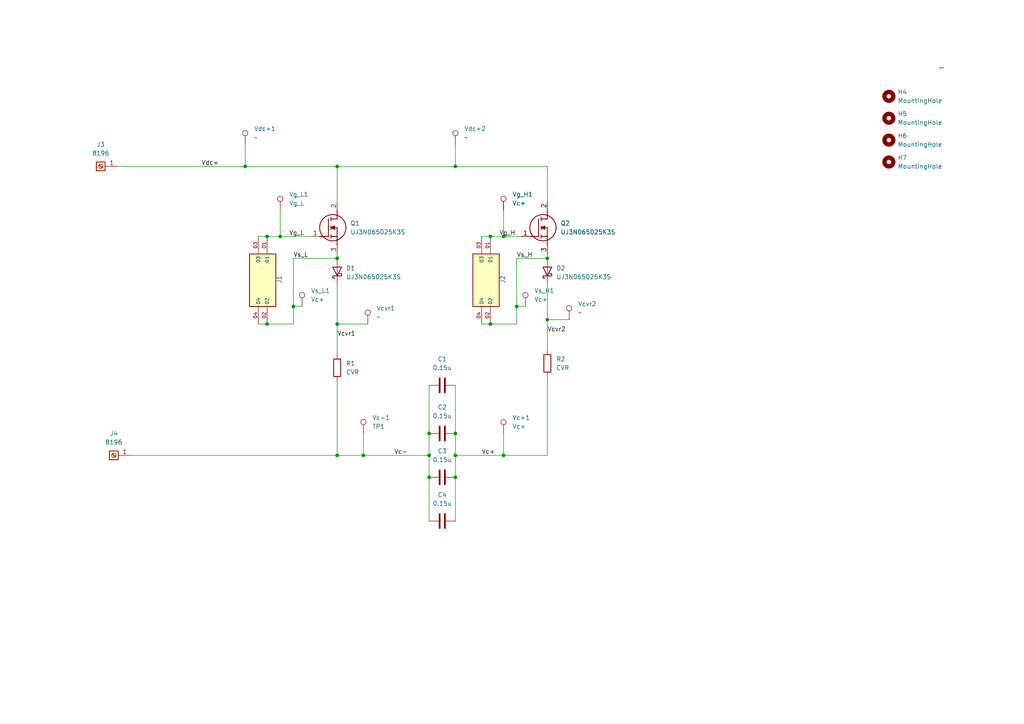
<source format=kicad_sch>
(kicad_sch (version 20250114) (generator "eeschema") (generator_version "9.0")
  (paper "A4")
  (lib_symbols
    (symbol "Connector:TestPoint" (pin_numbers (hide yes)) (pin_names (offset 0.762) (hide yes))
      (property "Reference" "TP" (at 0 6.858 0))
      (property "Value" "TestPoint" (at 0 5.08 0))
      (symbol "TestPoint_0_1"
        (circle (center 0 3.302) (radius 0.762))
      )
      (symbol "TestPoint_1_1"
        (pin passive line (at 0 0 90) (length 2.54) (name "1") (number "1"))
      )
    )
    (symbol "Device:C" (pin_numbers (hide yes)) (pin_names (offset 0.254))
      (property "Reference" "C" (at 0.635 2.54 0))
      (property "Value" "C" (at 0.635 -2.54 0))
      (symbol "C_0_1"
        (polyline (pts (xy -2.032 0.762) (xy 2.032 0.762)) (stroke (width 0.508)))
        (polyline (pts (xy -2.032 -0.762) (xy 2.032 -0.762)) (stroke (width 0.508)))
      )
      (symbol "C_1_1"
        (pin passive line (at 0 3.81 270) (length 2.794) (name "~") (number "1"))
        (pin passive line (at 0 -3.81 90) (length 2.794) (name "~") (number "2"))
      )
    )
    (symbol "Device:D_Schottky" (pin_numbers (hide yes)) (pin_names (offset 1.016) (hide yes))
      (property "Reference" "D" (at 0 2.54 0))
      (property "Value" "D_Schottky" (at 0 -2.54 0))
      (symbol "D_Schottky_0_1"
        (polyline (pts (xy -1.905 0.635) (xy -1.905 1.27) (xy -1.27 1.27) (xy -1.27 -1.27) (xy -0.635 -1.27) (xy -0.635 -0.635)) (stroke (width 0.254)))
        (polyline (pts (xy 1.27 1.27) (xy 1.27 -1.27) (xy -1.27 0) (xy 1.27 1.27)) (stroke (width 0.254)))
        (polyline (pts (xy 1.27 0) (xy -1.27 0)))
      )
      (symbol "D_Schottky_1_1"
        (pin passive line (at -3.81 0 0) (length 2.54) (name "K") (number "1"))
        (pin passive line (at 3.81 0 180) (length 2.54) (name "A") (number "2"))
      )
    )
    (symbol "Device:R" (pin_numbers (hide yes)) (pin_names (offset 0))
      (property "Reference" "R" (at 2.032 0 90))
      (property "Value" "R" (at 0 0 90))
      (symbol "R_0_1"
        (rectangle (start -1.016 -2.54) (end 1.016 2.54) (stroke (width 0.254)))
      )
      (symbol "R_1_1"
        (pin passive line (at 0 3.81 270) (length 1.27) (name "~") (number "1"))
        (pin passive line (at 0 -3.81 90) (length 1.27) (name "~") (number "2"))
      )
    )
    (symbol "Mechanical:MountingHole" (pin_names (offset 1.016)) (in_bom no)
      (property "Reference" "H" (at 0 5.08 0))
      (property "Value" "MountingHole" (at 0 3.175 0))
      (symbol "MountingHole_0_1"
        (circle (center 0 0) (radius 1.27) (stroke (width 1.27)))
      )
    )
    (symbol "UJ3N065025K3S:UJ3N065025K3S" (pin_names (hide yes))
      (property "Reference" "Q" (at 11.43 3.81 0))
      (property "Value" "UJ3N065025K3S" (at 11.43 1.27 0))
      (symbol "UJ3N065025K3S_1_1"
        (polyline (pts (xy 2.54 0) (xy 5.08 0)) (stroke (width 0.254)))
        (polyline (pts (xy 5.08 5.08) (xy 5.08 0)) (stroke (width 0.254)))
        (polyline (pts (xy 5.842 5.588) (xy 5.842 4.572)) (stroke (width 0.254)))
        (polyline (pts (xy 5.842 2.54) (xy 6.858 3.048) (xy 6.858 2.032) (xy 5.842 2.54)) (stroke (width 0.254)) (fill (type outline)))
        (polyline (pts (xy 5.842 2.032) (xy 5.842 3.048)) (stroke (width 0.254)))
        (polyline (pts (xy 5.842 0) (xy 7.62 0)) (stroke (width 0.254)))
        (polyline (pts (xy 5.842 -0.508) (xy 5.842 0.508)) (stroke (width 0.254)))
        (circle (center 6.35 2.54) (radius 3.81) (stroke (width 0.254)))
        (polyline (pts (xy 7.62 5.08) (xy 5.842 5.08)) (stroke (width 0.254)))
        (polyline (pts (xy 7.62 5.08) (xy 7.62 7.62)) (stroke (width 0.254)))
        (polyline (pts (xy 7.62 2.54) (xy 5.842 2.54)) (stroke (width 0.254)))
        (polyline (pts (xy 7.62 2.54) (xy 7.62 -2.54)) (stroke (width 0.254)))
        (pin passive line (at 0 0 0) (length 2.54) (name "G") (number "1"))
        (pin passive line (at 7.62 10.16 270) (length 2.54) (name "D") (number "2"))
        (pin passive line (at 7.62 -5.08 90) (length 2.54) (name "S") (number "3"))
      )
    )
    (symbol "VSI_DPT:8196"
      (property "Reference" "J" (at 0.254 3.556 0))
      (property "Value" "8196" (at 1.778 -2.794 0))
      (symbol "8196_1_1"
        (rectangle (start 2.54 1.27) (end 5.08 -1.27) (stroke (width 0.254)) (fill (type background)))
        (polyline (pts (xy 3.2766 0.3302) (xy 4.1402 -0.508)) (stroke (width 0.1524)))
        (polyline (pts (xy 3.4544 0.508) (xy 4.318 -0.3302)) (stroke (width 0.1524)))
        (circle (center 3.81 0) (radius 0.635) (stroke (width 0.1524)))
        (pin passive line (at -1.27 0 0) (length 3.81) (name "") (number "1"))
      )
    )
    (symbol "VSI_DPT:TSM-102-01-SM-DV"
      (property "Reference" "J" (at 0 3.556 0))
      (property "Value" "TSM-102-01-SM-DV" (at 1.27 -13.97 0))
      (symbol "TSM-102-01-SM-DV_0_0"
        (rectangle (start -7.62 0) (end 7.62 -7.62) (stroke (width 0.254)) (fill (type background)))
        (pin passive line (at -12.7 -2.54 0) (length 5.08) (name "01") (number "01"))
        (pin passive line (at -12.7 -5.08 0) (length 5.08) (name "03") (number "03"))
        (pin passive line (at 12.7 -2.54 180) (length 5.08) (name "02") (number "02"))
        (pin passive line (at 12.7 -5.08 180) (length 5.08) (name "04") (number "04"))
      )
    )
  )
  (junction (at 97.79 74.93))
  (junction (at 132.08 48.26))
  (junction (at 142.24 93.98))
  (junction (at 81.28 68.58))
  (junction (at 149.86 88.9))
  (junction (at 132.08 125.73))
  (junction (at 71.12 48.26))
  (junction (at 77.47 68.58))
  (junction (at 124.46 132.08))
  (junction (at 85.09 88.9))
  (junction (at 158.75 74.93))
  (junction (at 105.41 132.08))
  (junction (at 132.08 132.08))
  (junction (at 77.47 93.98))
  (junction (at 124.46 138.43))
  (junction (at 146.05 68.58))
  (junction (at 146.05 132.08))
  (junction (at 97.79 93.98))
  (junction (at 132.08 138.43))
  (junction (at 97.79 48.26))
  (junction (at 142.24 68.58))
  (junction (at 158.75 92.71))
  (junction (at 97.79 132.08))
  (junction (at 124.46 125.73))
  (wire (pts (xy 146.05 125.73) (xy 146.05 132.08)))
  (wire (pts (xy 97.79 48.26) (xy 132.08 48.26)))
  (wire (pts (xy 77.47 68.58) (xy 81.28 68.58)))
  (wire (pts (xy 97.79 58.42) (xy 97.79 48.26)))
  (wire (pts (xy 71.12 48.26) (xy 97.79 48.26)))
  (wire (pts (xy 146.05 132.08) (xy 158.75 132.08)))
  (wire (pts (xy 132.08 111.76) (xy 132.08 125.73)))
  (wire (pts (xy 124.46 132.08) (xy 124.46 138.43)))
  (wire (pts (xy 132.08 132.08) (xy 132.08 138.43)))
  (wire (pts (xy 132.08 138.43) (xy 132.08 151.13)))
  (wire (pts (xy 85.09 88.9) (xy 87.63 88.9)))
  (polyline (pts (xy 272.415 19.685) (xy 273.685 19.685)))
  (wire (pts (xy 81.28 60.96) (xy 81.28 68.58)))
  (wire (pts (xy 74.93 93.98) (xy 77.47 93.98)))
  (wire (pts (xy 34.29 48.26) (xy 71.12 48.26)))
  (wire (pts (xy 77.47 93.98) (xy 85.09 93.98)))
  (wire (pts (xy 158.75 92.71) (xy 165.1 92.71)))
  (wire (pts (xy 105.41 132.08) (xy 124.46 132.08)))
  (wire (pts (xy 149.86 93.98) (xy 142.24 93.98)))
  (wire (pts (xy 149.86 74.93) (xy 149.86 88.9)))
  (wire (pts (xy 158.75 92.71) (xy 158.75 101.6)))
  (wire (pts (xy 146.05 60.96) (xy 146.05 68.58)))
  (wire (pts (xy 149.86 88.9) (xy 152.4 88.9)))
  (wire (pts (xy 71.12 41.91) (xy 71.12 48.26)))
  (wire (pts (xy 142.24 68.58) (xy 146.05 68.58)))
  (wire (pts (xy 132.08 41.91) (xy 132.08 48.26)))
  (wire (pts (xy 124.46 111.76) (xy 124.46 125.73)))
  (wire (pts (xy 132.08 125.73) (xy 132.08 132.08)))
  (wire (pts (xy 97.79 93.98) (xy 106.68 93.98)))
  (wire (pts (xy 81.28 68.58) (xy 90.17 68.58)))
  (wire (pts (xy 97.79 82.55) (xy 97.79 93.98)))
  (wire (pts (xy 85.09 93.98) (xy 85.09 88.9)))
  (wire (pts (xy 85.09 88.9) (xy 85.09 74.93)))
  (wire (pts (xy 139.7 68.58) (xy 142.24 68.58)))
  (wire (pts (xy 132.08 132.08) (xy 146.05 132.08)))
  (wire (pts (xy 97.79 73.66) (xy 97.79 74.93)))
  (wire (pts (xy 124.46 125.73) (xy 124.46 132.08)))
  (wire (pts (xy 158.75 109.22) (xy 158.75 132.08)))
  (wire (pts (xy 97.79 132.08) (xy 105.41 132.08)))
  (wire (pts (xy 132.08 48.26) (xy 158.75 48.26)))
  (wire (pts (xy 158.75 73.66) (xy 158.75 74.93)))
  (wire (pts (xy 139.7 93.98) (xy 142.24 93.98)))
  (wire (pts (xy 105.41 125.73) (xy 105.41 132.08)))
  (wire (pts (xy 149.86 88.9) (xy 149.86 93.98)))
  (wire (pts (xy 146.05 68.58) (xy 151.13 68.58)))
  (wire (pts (xy 97.79 110.49) (xy 97.79 132.08)))
  (wire (pts (xy 74.93 68.58) (xy 77.47 68.58)))
  (wire (pts (xy 97.79 93.98) (xy 97.79 102.87)))
  (wire (pts (xy 158.75 48.26) (xy 158.75 58.42)))
  (wire (pts (xy 158.75 74.93) (xy 149.86 74.93)))
  (wire (pts (xy 124.46 138.43) (xy 124.46 151.13)))
  (wire (pts (xy 158.75 82.55) (xy 158.75 92.71)))
  (wire (pts (xy 38.1 132.08) (xy 97.79 132.08)))
  (wire (pts (xy 85.09 74.93) (xy 97.79 74.93)))
  (label "" (at 102.87 96.52 0))
  (label "Vc-" (at 114.3 132.08 0))
  (label "Vcvr2" (at 158.75 96.52 0))
  (label "Vg_L" (at 83.82 68.58 0))
  (label "Vg_H" (at 144.78 68.58 0))
  (label "Vc+" (at 139.7 132.08 0))
  (label "Vdc+" (at 58.42 48.26 0))
  (label "Vcvr1" (at 97.79 97.79 0))
  (label "Vs_H" (at 149.86 74.93 0))
  (label "Vs_L" (at 85.09 74.93 0))
  (symbol (lib_id "Connector:TestPoint") (at 165.1 92.71 0) (unit 1)
    (property "Reference" "Vcvr2" (at 167.64 88.1379 0) (effects (justify left)))
    (property "Value" "~" (at 167.64 90.6779 0) (effects (justify left)))
    (property "Footprint" "TestPoint:TestPoint_Pad_D2.0mm" (effects (hide yes)))
    (property "Description" "test point" (effects (hide yes)))
  )
  (symbol (lib_id "UJ3N065025K3S:UJ3N065025K3S") (at 151.13 68.58 0) (unit 1)
    (property "Reference" "Q2" (at 162.56 64.7699 0) (effects (justify left)))
    (property "Value" "UJ3N065025K3S" (at 162.56 67.3099 0) (effects (justify left)))
    (property "Footprint" "Package_TO_SOT_THT:TO-247-3_Vertical" (effects (hide yes)))
    (property "Datasheet" "https://www.onsemi.com/pub/Collateral/UJ3N065025K3S-D.PDF" (effects (hide yes)))
    (property "Description" "Low gate charge and intrinsic capacitance; RoHS compliant; Operating temperature: 175?C (max); Extremely fast switching not dependent on temperature" (effects (hide yes)))
    (property "Height" "5.309" (effects (hide yes)))
    (property "Manufacturer_Name" "onsemi" (effects (hide yes)))
    (property "Manufacturer_Part_Number" "UJ3N065025K3S" (effects (hide yes)))
  )
  (symbol (lib_id "Device:R") (at 158.75 105.41 0) (unit 1)
    (property "Reference" "R2" (at 161.29 104.1399 0) (effects (justify left)))
    (property "Value" "CVR" (at 161.29 106.6799 0) (effects (justify left)))
    (property "Footprint" "Resistor_THT:CVR_SSDN005" (effects (hide yes)))
    (property "Description" "Resistor" (effects (hide yes)))
  )
  (symbol (lib_id "Connector:TestPoint") (at 146.05 60.96 0) (unit 1)
    (property "Reference" "Vg_H1" (at 148.59 56.3879 0) (effects (justify left)))
    (property "Value" "Vc+" (at 148.59 58.9279 0) (effects (justify left)))
    (property "Footprint" "TestPoint:TestPoint_Pad_D2.0mm" (effects (hide yes)))
    (property "Description" "test point" (effects (hide yes)))
  )
  (symbol (lib_id "Device:C") (at 128.27 125.73 90) (unit 1)
    (property "Reference" "C2" (at 128.27 118.11 90))
    (property "Value" "0.15u" (at 128.27 120.65 90))
    (property "Footprint" "Capacitor_THT:C_Rect_L26.5mm_W10.5mm_P22.50mm_MKS4" (effects (hide yes)))
    (property "Description" "Unpolarized capacitor" (effects (hide yes)))
  )
  (symbol (lib_id "Connector:TestPoint") (at 132.08 41.91 0) (unit 1)
    (property "Reference" "Vdc+2" (at 134.62 37.3379 0) (effects (justify left)))
    (property "Value" "~" (at 134.62 39.8779 0) (effects (justify left)))
    (property "Footprint" "TestPoint:TestPoint_Pad_D2.0mm" (effects (hide yes)))
    (property "Description" "test point" (effects (hide yes)))
  )
  (symbol (lib_id "Connector:TestPoint") (at 87.63 88.9 0) (unit 1)
    (property "Reference" "Vs_L1" (at 90.17 84.3279 0) (effects (justify left)))
    (property "Value" "Vc+" (at 90.17 86.8679 0) (effects (justify left)))
    (property "Footprint" "TestPoint:TestPoint_Pad_D2.0mm" (effects (hide yes)))
    (property "Description" "test point" (effects (hide yes)))
  )
  (symbol (lib_id "Connector:TestPoint") (at 71.12 41.91 0) (unit 1)
    (property "Reference" "Vdc+1" (at 73.66 37.3379 0) (effects (justify left)))
    (property "Value" "~" (at 73.66 39.8779 0) (effects (justify left)))
    (property "Footprint" "TestPoint:TestPoint_Pad_D2.0mm" (effects (hide yes)))
    (property "Description" "test point" (effects (hide yes)))
  )
  (symbol (lib_id "Device:C") (at 128.27 151.13 90) (unit 1)
    (property "Reference" "C4" (at 128.27 143.51 90))
    (property "Value" "0.15u" (at 128.27 146.05 90))
    (property "Footprint" "Capacitor_THT:C_Rect_L26.5mm_W10.5mm_P22.50mm_MKS4" (effects (hide yes)))
    (property "Description" "Unpolarized capacitor" (effects (hide yes)))
  )
  (symbol (lib_id "VSI_DPT:TSM-102-01-SM-DV") (at 80.01 81.28 270) (unit 1)
    (property "Reference" "J1" (at 81.026 81.026 0))
    (property "Value" "TSM-102-01-SM-DV" (effects (hide yes)))
    (property "Footprint" "VSI_DPT:SAMTEC_TSM-102-01-SM-DV" (effects (hide yes)))
    (property "Description" "Connector Header Surface Mount 4 position 0.100\" (2.54mm)" (effects (hide yes)))
    (property "Manufacturer" "Samtec Inc." (effects (hide yes)))
  )
  (symbol (lib_id "Device:R") (at 97.79 106.68 0) (unit 1)
    (property "Reference" "R1" (at 100.33 105.4099 0) (effects (justify left)))
    (property "Value" "CVR" (at 100.33 107.9499 0) (effects (justify left)))
    (property "Footprint" "Resistor_THT:CVR_SSDN005" (effects (hide yes)))
    (property "Description" "Resistor" (effects (hide yes)))
  )
  (symbol (lib_id "Connector:TestPoint") (at 146.05 125.73 0) (unit 1)
    (property "Reference" "Vc+1" (at 148.59 121.1579 0) (effects (justify left)))
    (property "Value" "Vc+" (at 148.59 123.6979 0) (effects (justify left)))
    (property "Footprint" "TestPoint:TestPoint_Pad_D2.0mm" (effects (hide yes)))
    (property "Description" "test point" (effects (hide yes)))
  )
  (symbol (lib_id "Mechanical:MountingHole") (at 257.81 34.29 0) (unit 1) (in_bom no)
    (property "Reference" "H5" (at 260.35 33.0199 0) (effects (justify left)))
    (property "Value" "MountingHole" (at 260.35 35.5599 0) (effects (justify left)))
    (property "Footprint" "MountingHole:MountingHole_4.3mm_M4_DIN965" (effects (hide yes)))
    (property "Description" "Mounting Hole without connection" (effects (hide yes)))
  )
  (symbol (lib_id "Mechanical:MountingHole") (at 257.81 27.94 0) (unit 1) (in_bom no)
    (property "Reference" "H4" (at 260.35 26.6699 0) (effects (justify left)))
    (property "Value" "MountingHole" (at 260.35 29.2099 0) (effects (justify left)))
    (property "Footprint" "MountingHole:MountingHole_4.3mm_M4_DIN965" (effects (hide yes)))
    (property "Description" "Mounting Hole without connection" (effects (hide yes)))
  )
  (symbol (lib_id "Connector:TestPoint") (at 152.4 88.9 0) (unit 1)
    (property "Reference" "Vs_H1" (at 154.94 84.3279 0) (effects (justify left)))
    (property "Value" "Vc+" (at 154.94 86.8679 0) (effects (justify left)))
    (property "Footprint" "TestPoint:TestPoint_Pad_D2.0mm" (effects (hide yes)))
    (property "Description" "test point" (effects (hide yes)))
  )
  (symbol (lib_id "VSI_DPT:8196") (at 36.83 132.08 180) (unit 1)
    (property "Reference" "J4" (at 33.02 125.73 0))
    (property "Value" "8196" (at 33.02 128.27 0))
    (property "Footprint" "CSI_DPT:CONN_8196_KEY" (effects (hide yes)))
    (property "Description" "30A six-leg screw terminal" (effects (hide yes)))
    (property "Manufacturer" "Keystone" (effects (hide yes)))
  )
  (symbol (lib_id "Device:C") (at 128.27 111.76 90) (unit 1)
    (property "Reference" "C1" (at 128.27 104.14 90))
    (property "Value" "0.15u" (at 128.27 106.68 90))
    (property "Footprint" "Capacitor_THT:C_Rect_L26.5mm_W10.5mm_P22.50mm_MKS4" (effects (hide yes)))
    (property "Description" "Unpolarized capacitor" (effects (hide yes)))
  )
  (symbol (lib_id "Mechanical:MountingHole") (at 257.81 40.64 0) (unit 1) (in_bom no)
    (property "Reference" "H6" (at 260.35 39.3699 0) (effects (justify left)))
    (property "Value" "MountingHole" (at 260.35 41.9099 0) (effects (justify left)))
    (property "Footprint" "MountingHole:MountingHole_4.3mm_M4_DIN965" (effects (hide yes)))
    (property "Description" "Mounting Hole without connection" (effects (hide yes)))
  )
  (symbol (lib_id "Connector:TestPoint") (at 81.28 60.96 0) (unit 1)
    (property "Reference" "Vg_L1" (at 83.82 56.3879 0) (effects (justify left)))
    (property "Value" "Vg_L" (at 83.82 58.9279 0) (effects (justify left)))
    (property "Footprint" "TestPoint:TestPoint_Pad_D2.0mm" (effects (hide yes)))
    (property "Description" "test point" (effects (hide yes)))
  )
  (symbol (lib_id "Device:C") (at 128.27 138.43 90) (unit 1)
    (property "Reference" "C3" (at 128.27 130.81 90))
    (property "Value" "0.15u" (at 128.27 133.35 90))
    (property "Footprint" "Capacitor_THT:C_Rect_L26.5mm_W10.5mm_P22.50mm_MKS4" (effects (hide yes)))
    (property "Description" "Unpolarized capacitor" (effects (hide yes)))
  )
  (symbol (lib_id "Mechanical:MountingHole") (at 257.81 46.99 0) (unit 1) (in_bom no)
    (property "Reference" "H7" (at 260.35 45.7199 0) (effects (justify left)))
    (property "Value" "MountingHole" (at 260.35 48.2599 0) (effects (justify left)))
    (property "Footprint" "MountingHole:MountingHole_4.3mm_M4_DIN965" (effects (hide yes)))
    (property "Description" "Mounting Hole without connection" (effects (hide yes)))
  )
  (symbol (lib_id "Connector:TestPoint") (at 106.68 93.98 0) (unit 1)
    (property "Reference" "Vcvr1" (at 109.22 89.4079 0) (effects (justify left)))
    (property "Value" "~" (at 109.22 91.9479 0) (effects (justify left)))
    (property "Footprint" "TestPoint:TestPoint_Pad_D2.0mm" (effects (hide yes)))
    (property "Description" "test point" (effects (hide yes)))
  )
  (symbol (lib_id "Device:D_Schottky") (at 158.75 78.74 90) (unit 1)
    (property "Reference" "D2" (at 161.29 77.7874 90) (effects (justify right)))
    (property "Value" "UJ3N065025K3S" (at 161.29 80.3274 90) (effects (justify right)))
    (property "Footprint" "Package_TO_SOT_THT:TO-247-2_Vertical" (effects (hide yes)))
    (property "Description" "Schottky diode" (effects (hide yes)))
  )
  (symbol (lib_id "VSI_DPT:TSM-102-01-SM-DV") (at 144.78 81.28 270) (unit 1)
    (property "Reference" "J2" (at 145.796 81.026 0))
    (property "Value" "TSM-102-01-SM-DV" (effects (hide yes)))
    (property "Footprint" "VSI_DPT:SAMTEC_TSM-102-01-SM-DV" (effects (hide yes)))
    (property "Description" "Connector Header Surface Mount 4 position 0.100\" (2.54mm)" (effects (hide yes)))
    (property "Manufacturer" "Samtec Inc." (effects (hide yes)))
  )
  (symbol (lib_id "VSI_DPT:8196") (at 33.02 48.26 180) (unit 1)
    (property "Reference" "J3" (at 29.21 41.91 0))
    (property "Value" "8196" (at 29.21 44.45 0))
    (property "Footprint" "CSI_DPT:CONN_8196_KEY" (effects (hide yes)))
    (property "Description" "30A six-leg screw terminal" (effects (hide yes)))
    (property "Manufacturer" "Keystone" (effects (hide yes)))
  )
  (symbol (lib_id "Device:D_Schottky") (at 97.79 78.74 90) (unit 1)
    (property "Reference" "D1" (at 100.33 77.7874 90) (effects (justify right)))
    (property "Value" "UJ3N065025K3S" (at 100.33 80.3274 90) (effects (justify right)))
    (property "Footprint" "Package_TO_SOT_THT:TO-247-2_Vertical" (effects (hide yes)))
    (property "Description" "Schottky diode" (effects (hide yes)))
  )
  (symbol (lib_id "Connector:TestPoint") (at 105.41 125.73 0) (unit 1)
    (property "Reference" "Vc-1" (at 107.95 121.1579 0) (effects (justify left)))
    (property "Value" "TP1" (at 107.95 123.6979 0) (effects (justify left)))
    (property "Footprint" "TestPoint:TestPoint_Pad_D2.0mm" (effects (hide yes)))
    (property "Description" "test point" (effects (hide yes)))
  )
  (symbol (lib_id "UJ3N065025K3S:UJ3N065025K3S") (at 90.17 68.58 0) (unit 1)
    (property "Reference" "Q1" (at 101.6 64.7699 0) (effects (justify left)))
    (property "Value" "UJ3N065025K3S" (at 101.6 67.3099 0) (effects (justify left)))
    (property "Footprint" "Package_TO_SOT_THT:TO-247-3_Vertical" (effects (hide yes)))
    (property "Datasheet" "https://www.onsemi.com/pub/Collateral/UJ3N065025K3S-D.PDF" (effects (hide yes)))
    (property "Description" "Low gate charge and intrinsic capacitance; RoHS compliant; Operating temperature: 175?C (max); Extremely fast switching not dependent on temperature" (effects (hide yes)))
    (property "Height" "5.309" (effects (hide yes)))
    (property "Manufacturer_Name" "onsemi" (effects (hide yes)))
    (property "Manufacturer_Part_Number" "UJ3N065025K3S" (effects (hide yes)))
  )
)
</source>
